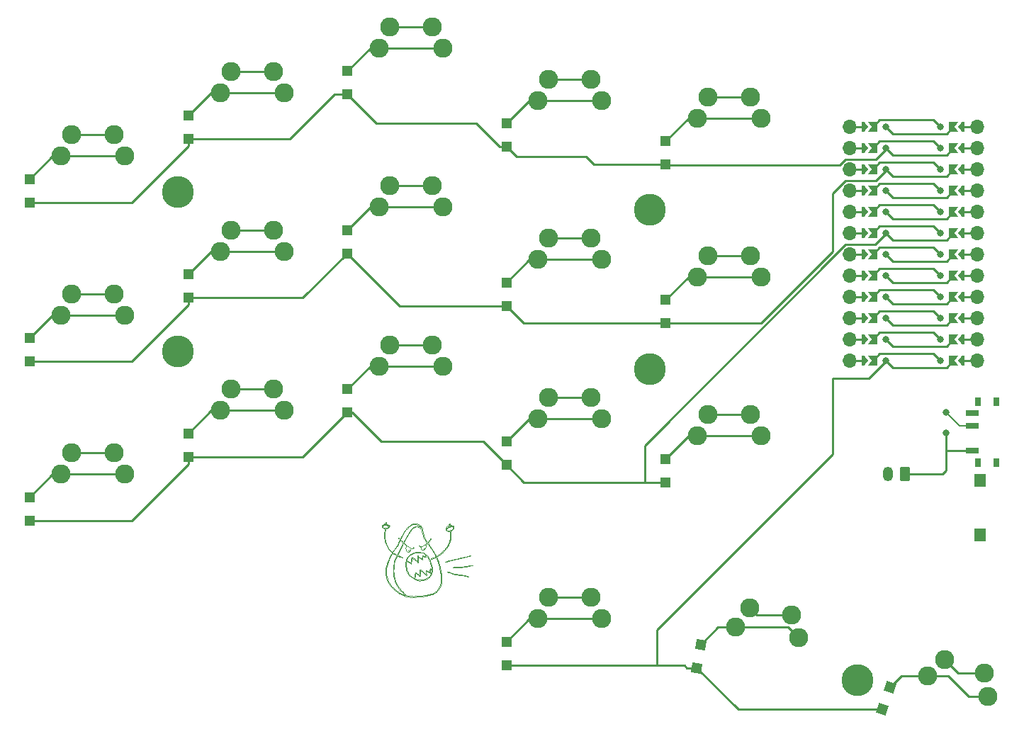
<source format=gbr>
%TF.GenerationSoftware,KiCad,Pcbnew,8.0.3*%
%TF.CreationDate,2024-07-17T09:05:20+02:00*%
%TF.ProjectId,avocado,61766f63-6164-46f2-9e6b-696361645f70,rev?*%
%TF.SameCoordinates,Original*%
%TF.FileFunction,Copper,L1,Top*%
%TF.FilePolarity,Positive*%
%FSLAX46Y46*%
G04 Gerber Fmt 4.6, Leading zero omitted, Abs format (unit mm)*
G04 Created by KiCad (PCBNEW 8.0.3) date 2024-07-17 09:05:20*
%MOMM*%
%LPD*%
G01*
G04 APERTURE LIST*
G04 Aperture macros list*
%AMRoundRect*
0 Rectangle with rounded corners*
0 $1 Rounding radius*
0 $2 $3 $4 $5 $6 $7 $8 $9 X,Y pos of 4 corners*
0 Add a 4 corners polygon primitive as box body*
4,1,4,$2,$3,$4,$5,$6,$7,$8,$9,$2,$3,0*
0 Add four circle primitives for the rounded corners*
1,1,$1+$1,$2,$3*
1,1,$1+$1,$4,$5*
1,1,$1+$1,$6,$7*
1,1,$1+$1,$8,$9*
0 Add four rect primitives between the rounded corners*
20,1,$1+$1,$2,$3,$4,$5,0*
20,1,$1+$1,$4,$5,$6,$7,0*
20,1,$1+$1,$6,$7,$8,$9,0*
20,1,$1+$1,$8,$9,$2,$3,0*%
%AMRotRect*
0 Rectangle, with rotation*
0 The origin of the aperture is its center*
0 $1 length*
0 $2 width*
0 $3 Rotation angle, in degrees counterclockwise*
0 Add horizontal line*
21,1,$1,$2,0,0,$3*%
%AMFreePoly0*
4,1,6,0.250000,0.000000,-0.250000,-0.625000,-0.500000,-0.625000,-0.500000,0.625000,-0.250000,0.625000,0.250000,0.000000,0.250000,0.000000,$1*%
%AMFreePoly1*
4,1,6,0.500000,-0.625000,-0.650000,-0.625000,-0.150000,0.000000,-0.650000,0.625000,0.500000,0.625000,0.500000,-0.625000,0.500000,-0.625000,$1*%
G04 Aperture macros list end*
%TA.AperFunction,NonConductor*%
%ADD10C,0.100000*%
%TD*%
%TA.AperFunction,ComponentPad*%
%ADD11R,1.200000X1.200000*%
%TD*%
%TA.AperFunction,ComponentPad*%
%ADD12RotRect,1.200000X1.200000X80.500000*%
%TD*%
%TA.AperFunction,ComponentPad*%
%ADD13RotRect,1.200000X1.200000X71.000000*%
%TD*%
%TA.AperFunction,ComponentPad*%
%ADD14C,2.286000*%
%TD*%
%TA.AperFunction,ComponentPad*%
%ADD15O,1.700000X1.700000*%
%TD*%
%TA.AperFunction,ComponentPad*%
%ADD16C,0.800000*%
%TD*%
%TA.AperFunction,SMDPad,CuDef*%
%ADD17FreePoly0,0.000000*%
%TD*%
%TA.AperFunction,SMDPad,CuDef*%
%ADD18FreePoly1,0.000000*%
%TD*%
%TA.AperFunction,SMDPad,CuDef*%
%ADD19FreePoly1,180.000000*%
%TD*%
%TA.AperFunction,SMDPad,CuDef*%
%ADD20FreePoly0,180.000000*%
%TD*%
%TA.AperFunction,ComponentPad*%
%ADD21RoundRect,0.250000X0.350000X0.625000X-0.350000X0.625000X-0.350000X-0.625000X0.350000X-0.625000X0*%
%TD*%
%TA.AperFunction,ComponentPad*%
%ADD22O,1.200000X1.750000*%
%TD*%
%TA.AperFunction,SMDPad,CuDef*%
%ADD23R,1.500000X0.700000*%
%TD*%
%TA.AperFunction,SMDPad,CuDef*%
%ADD24R,0.800000X1.000000*%
%TD*%
%TA.AperFunction,ComponentPad*%
%ADD25R,1.400000X1.500000*%
%TD*%
%TA.AperFunction,ComponentPad*%
%ADD26C,3.800000*%
%TD*%
%TA.AperFunction,ViaPad*%
%ADD27C,0.800000*%
%TD*%
%TA.AperFunction,Conductor*%
%ADD28C,0.250000*%
%TD*%
%TA.AperFunction,Conductor*%
%ADD29C,0.200000*%
%TD*%
G04 APERTURE END LIST*
D10*
X62160000Y-79707228D02*
X62160000Y-79807251D01*
X62150959Y-79906165D01*
X62242330Y-79884133D01*
X62335674Y-79907256D01*
X62342135Y-79999644D01*
X62441419Y-79990491D01*
X62520532Y-80044099D01*
X62490292Y-80129707D01*
X62437312Y-80214301D01*
X62382120Y-80297457D01*
X62300050Y-80354127D01*
X62209237Y-80395720D01*
X62111384Y-80414528D01*
X62057737Y-80488600D01*
X62034836Y-80586002D01*
X62011158Y-80683173D01*
X61992264Y-80781362D01*
X61979216Y-80880452D01*
X61971164Y-80980115D01*
X61966674Y-81079966D01*
X61966156Y-81180040D01*
X61967465Y-81279977D01*
X61970167Y-81379891D01*
X61974354Y-81479799D01*
X61980744Y-81579592D01*
X61992256Y-81678970D01*
X62006796Y-81777888D01*
X62025876Y-81875933D01*
X62049496Y-81973091D01*
X62077590Y-82069061D01*
X62110117Y-82163687D01*
X62148054Y-82256108D01*
X62192818Y-82345635D01*
X62237531Y-82435061D01*
X62282210Y-82524420D01*
X62326960Y-82613919D01*
X62371669Y-82703338D01*
X62422713Y-82789223D01*
X62479516Y-82871492D01*
X62541422Y-82950205D01*
X62608026Y-83024647D01*
X62679008Y-83095045D01*
X62753279Y-83161951D01*
X62827638Y-83228874D01*
X62888449Y-83172172D01*
X62948291Y-83092057D01*
X63007212Y-83011253D01*
X63065138Y-82929738D01*
X63122061Y-82847520D01*
X63177976Y-82764609D01*
X63232876Y-82681014D01*
X63288908Y-82598268D01*
X63345300Y-82515560D01*
X63400830Y-82432549D01*
X63450651Y-82345775D01*
X63498168Y-82257686D01*
X63544209Y-82169049D01*
X63589096Y-82079751D01*
X63632740Y-81989741D01*
X63674619Y-81898975D01*
X63714554Y-81807253D01*
X63715321Y-81721795D01*
X63648182Y-81647959D01*
X63580668Y-81574207D01*
X63541818Y-81486991D01*
X63616857Y-81535358D01*
X63680109Y-81612770D01*
X63754117Y-81679704D01*
X63806751Y-81606497D01*
X63851442Y-81517116D01*
X63896238Y-81427524D01*
X63940950Y-81338099D01*
X63988663Y-81250407D01*
X64037233Y-81162980D01*
X64085155Y-81075040D01*
X64133512Y-80987709D01*
X64183195Y-80900868D01*
X64234415Y-80814953D01*
X64287549Y-80730294D01*
X64343133Y-80647109D01*
X64401544Y-80565815D01*
X64462764Y-80486959D01*
X64526933Y-80410144D01*
X64594017Y-80336072D01*
X64666154Y-80266854D01*
X64740036Y-80199519D01*
X64815578Y-80133883D01*
X64892714Y-80070139D01*
X64971579Y-80008948D01*
X65055931Y-79954988D01*
X65143083Y-79905926D01*
X65232771Y-79861957D01*
X65325970Y-79826679D01*
X65424458Y-79811013D01*
X65524494Y-79810003D01*
X65624497Y-79812484D01*
X65723709Y-79823637D01*
X65816770Y-79858944D01*
X65904995Y-79905997D01*
X65992683Y-79953868D01*
X66078198Y-80005844D01*
X66161531Y-80060968D01*
X66242464Y-80119721D01*
X66316407Y-80186897D01*
X66369376Y-80271358D01*
X66411107Y-80362238D01*
X66442354Y-80457044D01*
X66465390Y-80554425D01*
X66486751Y-80652049D01*
X66506692Y-80750050D01*
X66524996Y-80848411D01*
X66541340Y-80947011D01*
X66562099Y-81044788D01*
X66586587Y-81141808D01*
X66614711Y-81237713D01*
X66646476Y-81332525D01*
X66681853Y-81426140D01*
X66720708Y-81518210D01*
X66763043Y-81608760D01*
X66808817Y-81697688D01*
X66857921Y-81784780D01*
X66910300Y-81869944D01*
X66967214Y-81952132D01*
X67026273Y-82032547D01*
X67088955Y-82011045D01*
X67157311Y-81938025D01*
X67223702Y-81863335D01*
X67289770Y-81788275D01*
X67353857Y-81711372D01*
X67417896Y-81634524D01*
X67489517Y-81589084D01*
X67451008Y-81680033D01*
X67391817Y-81760638D01*
X67330888Y-81839846D01*
X67268862Y-81918324D01*
X67205867Y-81995856D01*
X67139527Y-82070473D01*
X67108829Y-82143325D01*
X67169275Y-82223041D01*
X67225915Y-82305474D01*
X67278656Y-82390489D01*
X67332956Y-82474434D01*
X67388374Y-82557562D01*
X67443804Y-82640922D01*
X67499803Y-82723627D01*
X67557476Y-82805394D01*
X67616705Y-82886045D01*
X67672628Y-82968671D01*
X67725033Y-83053704D01*
X67780181Y-83137157D01*
X67833193Y-83221748D01*
X67881812Y-83309261D01*
X67928756Y-83397513D01*
X67973521Y-83487042D01*
X68022492Y-83574153D01*
X68073885Y-83659808D01*
X68135586Y-83704648D01*
X68220310Y-83651621D01*
X68303817Y-83596589D01*
X68386088Y-83539632D01*
X68464387Y-83477686D01*
X68542112Y-83414534D01*
X68624312Y-83358068D01*
X68703161Y-83296606D01*
X68774779Y-83226792D01*
X68841155Y-83152149D01*
X68909098Y-83078670D01*
X68978211Y-83006416D01*
X69047301Y-82934185D01*
X69117062Y-82862613D01*
X69186186Y-82790260D01*
X69252175Y-82715153D01*
X69313424Y-82636029D01*
X69369969Y-82553600D01*
X69423994Y-82469501D01*
X69474786Y-82383298D01*
X69521721Y-82295056D01*
X69564898Y-82204944D01*
X69604313Y-82112956D01*
X69639802Y-82019462D01*
X69671323Y-81924587D01*
X69698835Y-81828459D01*
X69722269Y-81731336D01*
X69741623Y-81633217D01*
X69756857Y-81534226D01*
X69767893Y-81434899D01*
X69772041Y-81335145D01*
X69771665Y-81235047D01*
X69767738Y-81135056D01*
X69760277Y-81035397D01*
X69749286Y-80936033D01*
X69734535Y-80837209D01*
X69718854Y-80738470D01*
X69621109Y-80739611D01*
X69521342Y-80733326D01*
X69422518Y-80717678D01*
X69335273Y-80672219D01*
X69278586Y-80592550D01*
X69269767Y-80493880D01*
X69215227Y-80424089D01*
X69220635Y-80324855D01*
X69296212Y-80269907D01*
X69346450Y-80195949D01*
X69397316Y-80111753D01*
X69472912Y-80148727D01*
X69529650Y-80210117D01*
X69565634Y-80121730D01*
X69576566Y-80022302D01*
X69594371Y-79923986D01*
X69639325Y-79836372D01*
X69733786Y-79830578D01*
X69787576Y-79912117D01*
X69808517Y-80009889D01*
X69833542Y-80076458D01*
X69913893Y-80020950D01*
X69995263Y-80060751D01*
X70052097Y-80103951D01*
X70147987Y-80082078D01*
X70198478Y-80156346D01*
X70166172Y-80250202D01*
X70158397Y-80349617D01*
X70141954Y-80448275D01*
X70085217Y-80528352D01*
X70007266Y-80590839D01*
X69921993Y-80643280D01*
X69833209Y-80689162D01*
X69792457Y-80770502D01*
X69811662Y-80868511D01*
X69827766Y-80967254D01*
X69840868Y-81066309D01*
X69851678Y-81165761D01*
X69859114Y-81265492D01*
X69856605Y-81365379D01*
X69845913Y-81464915D01*
X69832339Y-81563925D01*
X69816766Y-81662627D01*
X69799088Y-81761188D01*
X69777208Y-81858608D01*
X69746235Y-81953605D01*
X69714573Y-82048609D01*
X69681228Y-82142905D01*
X69643800Y-82235502D01*
X69600009Y-82325436D01*
X69552057Y-82413120D01*
X69502369Y-82499999D01*
X69450386Y-82585462D01*
X69395960Y-82669189D01*
X69337911Y-82750787D01*
X69275587Y-82828952D01*
X69208483Y-82902996D01*
X69137018Y-82972965D01*
X69065174Y-83042327D01*
X69000800Y-83118679D01*
X68935903Y-83194710D01*
X68869394Y-83269484D01*
X68799825Y-83341221D01*
X68724449Y-83406728D01*
X68643164Y-83464937D01*
X68561977Y-83523572D01*
X68480989Y-83582064D01*
X68399590Y-83640293D01*
X68317818Y-83697604D01*
X68232788Y-83750241D01*
X68148779Y-83804453D01*
X68183951Y-83886909D01*
X68230463Y-83975313D01*
X68261734Y-84070140D01*
X68293032Y-84164701D01*
X68331847Y-84256886D01*
X68371552Y-84348516D01*
X68408060Y-84441690D01*
X68429683Y-84539062D01*
X68453598Y-84635810D01*
X68480091Y-84732150D01*
X68506623Y-84828630D01*
X68533161Y-84925129D01*
X68555294Y-85022644D01*
X68575870Y-85120382D01*
X68590571Y-85219283D01*
X68608443Y-85317386D01*
X68635117Y-85413839D01*
X68657361Y-85511325D01*
X68675147Y-85609688D01*
X68688448Y-85708778D01*
X68697239Y-85808442D01*
X68707921Y-85907528D01*
X68724392Y-86006355D01*
X68747145Y-86103495D01*
X68759211Y-86202617D01*
X68759974Y-86302635D01*
X68758082Y-86402488D01*
X68753479Y-86502507D01*
X68746111Y-86602159D01*
X68734770Y-86701473D01*
X68715783Y-86799519D01*
X68701637Y-86898543D01*
X68693252Y-86998114D01*
X68677149Y-87096730D01*
X68650372Y-87193196D01*
X68614241Y-87286287D01*
X68571391Y-87376662D01*
X68524374Y-87464897D01*
X68474823Y-87551757D01*
X68426739Y-87639340D01*
X68375061Y-87724989D01*
X68316188Y-87805676D01*
X68250587Y-87881177D01*
X68182926Y-87954990D01*
X68112607Y-88025457D01*
X68025791Y-88075330D01*
X67937650Y-88122421D01*
X67849215Y-88169239D01*
X67763554Y-88220504D01*
X67673224Y-88262854D01*
X67577910Y-88293358D01*
X67481658Y-88320095D01*
X67386508Y-88350433D01*
X67292785Y-88384729D01*
X67193944Y-88398797D01*
X67094702Y-88411373D01*
X66996264Y-88428434D01*
X66899160Y-88452710D01*
X66800564Y-88466919D01*
X66703728Y-88491176D01*
X66605287Y-88509634D01*
X66507400Y-88529190D01*
X66408849Y-88546842D01*
X66309738Y-88559618D01*
X66210125Y-88567525D01*
X66110066Y-88570546D01*
X66010398Y-88574625D01*
X65910920Y-88585053D01*
X65811314Y-88593796D01*
X65711601Y-88600854D01*
X65611653Y-88606234D01*
X65511790Y-88609918D01*
X65411884Y-88611916D01*
X65311807Y-88612226D01*
X65211730Y-88610845D01*
X65111823Y-88607777D01*
X65011960Y-88603021D01*
X64912160Y-88596577D01*
X64812581Y-88587406D01*
X64713868Y-88571990D01*
X64615364Y-88554594D01*
X64517500Y-88534029D01*
X64420564Y-88509406D01*
X64324708Y-88480748D01*
X64229957Y-88448893D01*
X64136041Y-88414735D01*
X64045143Y-88373280D01*
X63956200Y-88327223D01*
X63868670Y-88279121D01*
X63781871Y-88229428D01*
X63695868Y-88178488D01*
X63610522Y-88126278D01*
X63526023Y-88072780D01*
X63442506Y-88017677D01*
X63360645Y-87960469D01*
X63283126Y-87897214D01*
X63207482Y-87831870D01*
X63132915Y-87765290D01*
X63059065Y-87697610D01*
X62986237Y-87629230D01*
X62914210Y-87559834D01*
X62843318Y-87489365D01*
X62773924Y-87417247D01*
X62707675Y-87342421D01*
X62648153Y-87262308D01*
X62587787Y-87182456D01*
X62529910Y-87100834D01*
X62474646Y-87017634D01*
X62421858Y-86932653D01*
X62371751Y-86846216D01*
X62324203Y-86758109D01*
X62282234Y-86667387D01*
X62240703Y-86576538D01*
X62199089Y-86485508D01*
X62158562Y-86394247D01*
X62134287Y-86297146D01*
X62110022Y-86200087D01*
X62090408Y-86102042D01*
X62075276Y-86003433D01*
X62063246Y-85904173D01*
X62048555Y-85805103D01*
X62031291Y-85706787D01*
X62030000Y-85606782D01*
X62030000Y-85506826D01*
X62035411Y-85406991D01*
X62045334Y-85307645D01*
X62059563Y-85208670D01*
X62081316Y-85110953D01*
X62109084Y-85014945D01*
X62138213Y-84919291D01*
X62166944Y-84823520D01*
X62195690Y-84727702D01*
X62221197Y-84631166D01*
X62246493Y-84534301D01*
X62278086Y-84439583D01*
X62317282Y-84347501D01*
X62360132Y-84257203D01*
X62400779Y-84165748D01*
X62436420Y-84072833D01*
X62461523Y-83976059D01*
X62490153Y-83880077D01*
X62525141Y-83786510D01*
X62571895Y-83698275D01*
X62619303Y-83610285D01*
X62668607Y-83523080D01*
X62719559Y-83437099D01*
X62772257Y-83352161D01*
X62765000Y-83275000D01*
X62691609Y-83207131D01*
X62617458Y-83139995D01*
X62546513Y-83069706D01*
X62479333Y-82995454D01*
X62416923Y-82917374D01*
X62359348Y-82835619D01*
X62309589Y-82749178D01*
X62264860Y-82659720D01*
X62220136Y-82570273D01*
X62175390Y-82480780D01*
X62130661Y-82391322D01*
X62089668Y-82300292D01*
X62056775Y-82205912D01*
X62023786Y-82111566D01*
X61990634Y-82017058D01*
X61958497Y-81922484D01*
X61939191Y-81824338D01*
X61925047Y-81725328D01*
X61915531Y-81625970D01*
X61909771Y-81526029D01*
X61905492Y-81426237D01*
X61902678Y-81326193D01*
X61901339Y-81226330D01*
X61901472Y-81126249D01*
X61903080Y-81026172D01*
X61906155Y-80926325D01*
X61911470Y-80826469D01*
X61926653Y-80727587D01*
X61946419Y-80629524D01*
X61970294Y-80532572D01*
X61996555Y-80436112D01*
X61921737Y-80401832D01*
X61826041Y-80373292D01*
X61732186Y-80338787D01*
X61646224Y-80289443D01*
X61624693Y-80194079D01*
X61584541Y-80103420D01*
X61607420Y-80010918D01*
X61701197Y-79996960D01*
X61680319Y-80039936D01*
X61638610Y-80104438D01*
X61708709Y-80067807D01*
X61743524Y-79982226D01*
X61770849Y-79889151D01*
X61854549Y-79850000D01*
X61908879Y-79922268D01*
X61967123Y-79940719D01*
X61986768Y-79847889D01*
X62038898Y-79847889D01*
X62049830Y-79936546D01*
X62106119Y-79891045D01*
X62115935Y-79715199D01*
X62075765Y-79755017D01*
X62038898Y-79847889D01*
X61986768Y-79847889D01*
X61987489Y-79844482D01*
X62022984Y-79751183D01*
X62079941Y-79670044D01*
X62116368Y-79707442D01*
X62120080Y-79640956D01*
X62160000Y-79707228D01*
X69739813Y-79936631D02*
X69757972Y-80034757D01*
X69755407Y-80131312D01*
X69658382Y-80153952D01*
X69610877Y-80109521D01*
X69625232Y-80010532D01*
X69648458Y-79913369D01*
X69739813Y-79936631D01*
X65572601Y-79895461D02*
X65842123Y-79964262D01*
X65932618Y-80006622D01*
X66017141Y-80059749D01*
X66097628Y-80119184D01*
X66176002Y-80181040D01*
X66244946Y-80253385D01*
X66249462Y-80298862D01*
X66163497Y-80247712D01*
X66074602Y-80202314D01*
X65979373Y-80171936D01*
X65880979Y-80154265D01*
X65781333Y-80150000D01*
X65681282Y-80150000D01*
X65582319Y-80159023D01*
X65487374Y-80189944D01*
X65398362Y-80235398D01*
X65317255Y-80293859D01*
X65242257Y-80359820D01*
X65170527Y-80429473D01*
X65103272Y-80503604D01*
X65039143Y-80580392D01*
X64980168Y-80661047D01*
X64924063Y-80743909D01*
X64870879Y-80828594D01*
X64817658Y-80913143D01*
X64761943Y-80996066D01*
X64712543Y-81083070D01*
X64667586Y-81172453D01*
X64620967Y-81260864D01*
X64573331Y-81348684D01*
X64518709Y-81432334D01*
X64462964Y-81514635D01*
X64418841Y-81604283D01*
X64377408Y-81695184D01*
X64332686Y-81784627D01*
X64287294Y-81873707D01*
X64231050Y-81956319D01*
X64180059Y-82042391D01*
X64119497Y-82039497D01*
X64048742Y-81968742D01*
X63978046Y-81898046D01*
X63907241Y-81827241D01*
X63836610Y-81756610D01*
X63854217Y-81671565D01*
X63898989Y-81582023D01*
X63940708Y-81491310D01*
X63984573Y-81401335D01*
X64030477Y-81312557D01*
X64078462Y-81224884D01*
X64128580Y-81138232D01*
X64180603Y-81052840D01*
X64233511Y-80968023D01*
X64287018Y-80883585D01*
X64341122Y-80799529D01*
X64395903Y-80715736D01*
X64451196Y-80632456D01*
X64507671Y-80549957D01*
X64572409Y-80473789D01*
X64641049Y-80401141D01*
X64712030Y-80330492D01*
X64784502Y-80261568D01*
X64858202Y-80194172D01*
X64933277Y-80128109D01*
X65010424Y-80064487D01*
X65095172Y-80011637D01*
X65183402Y-79964594D01*
X65276329Y-79928594D01*
X65373734Y-79906237D01*
X65472726Y-79893195D01*
X65572601Y-79895461D01*
X62138208Y-80015754D02*
X62285389Y-80045480D01*
X62284552Y-80062988D01*
X62364254Y-80122434D01*
X62368866Y-80214551D01*
X62294168Y-80279941D01*
X62206675Y-80328622D01*
X62110355Y-80349756D01*
X62010364Y-80347894D01*
X61912032Y-80330642D01*
X61817164Y-80298817D01*
X61726074Y-80257810D01*
X61703223Y-80177377D01*
X61763207Y-80097840D01*
X61842537Y-80037704D01*
X61939054Y-80012944D01*
X62038717Y-80006299D01*
X62138208Y-80015754D01*
X62467617Y-80082285D02*
X62386484Y-80068127D01*
X62323314Y-80053140D01*
X62467617Y-80082285D01*
X62323314Y-80053140D02*
X62285389Y-80045480D01*
X62285452Y-80044157D01*
X62323314Y-80053140D01*
X62252037Y-79987716D02*
X62207119Y-79946525D01*
X62289912Y-79950964D01*
X62287834Y-79994387D01*
X62303341Y-79997278D01*
X62287524Y-80000855D01*
X62285452Y-80044157D01*
X61870469Y-79945703D01*
X61802749Y-79988625D01*
X61819628Y-79907127D01*
X62252037Y-79987716D01*
X70103439Y-80181706D02*
X69914941Y-80140000D01*
X69872787Y-80113832D01*
X69950586Y-80085878D01*
X70103439Y-80181706D01*
X65773036Y-80208448D02*
X66030207Y-80273330D01*
X66117861Y-80321370D01*
X66195586Y-80383997D01*
X66265135Y-80455821D01*
X66320863Y-80538397D01*
X66354325Y-80632512D01*
X66380188Y-80729100D01*
X66403591Y-80826324D01*
X66426034Y-80923812D01*
X66448037Y-81021258D01*
X66470990Y-81118593D01*
X66499634Y-81214312D01*
X66532847Y-81308733D01*
X66570006Y-81401460D01*
X66611389Y-81492527D01*
X66656138Y-81582033D01*
X66702961Y-81670461D01*
X66751825Y-81757553D01*
X66802875Y-81843569D01*
X66856004Y-81928321D01*
X66911192Y-82011771D01*
X66968314Y-82093742D01*
X66921816Y-82164790D01*
X66846774Y-82231004D01*
X66769440Y-82294441D01*
X66689892Y-82355041D01*
X66608209Y-82412746D01*
X66524613Y-82467406D01*
X66438895Y-82519152D01*
X66345942Y-82554520D01*
X66246194Y-82559983D01*
X66150899Y-82536421D01*
X66089997Y-82466808D01*
X66026001Y-82471021D01*
X66066969Y-82557323D01*
X66152182Y-82608740D01*
X66248595Y-82634649D01*
X66270000Y-82717860D01*
X66278872Y-82817595D01*
X66316037Y-82909332D01*
X66380418Y-82985142D01*
X66477239Y-83004999D01*
X66575096Y-82987948D01*
X66657231Y-82931265D01*
X66733171Y-82866219D01*
X66786830Y-82783113D01*
X66814754Y-82687255D01*
X66829280Y-82588230D01*
X66838304Y-82488660D01*
X66799766Y-82399531D01*
X66852567Y-82333190D01*
X66930229Y-82270231D01*
X67005080Y-82203932D01*
X67078185Y-82243089D01*
X67140134Y-82321607D01*
X67197055Y-82403792D01*
X67250043Y-82488732D01*
X67304472Y-82572476D01*
X67361538Y-82654697D01*
X67420948Y-82734973D01*
X67482571Y-82813857D01*
X67538034Y-82897051D01*
X67594524Y-82979528D01*
X67650054Y-83062668D01*
X67703478Y-83147117D01*
X67754833Y-83232938D01*
X67804034Y-83319989D01*
X67851059Y-83408232D01*
X67895884Y-83497624D01*
X67938490Y-83588125D01*
X67978852Y-83679695D01*
X68016862Y-83772073D01*
X67936460Y-83817231D01*
X67847423Y-83862828D01*
X67755912Y-83903041D01*
X67660592Y-83932822D01*
X67564640Y-83961191D01*
X67467386Y-83983605D01*
X67446848Y-84044679D01*
X67545851Y-84042536D01*
X67644027Y-84022996D01*
X67740181Y-83995572D01*
X67833632Y-83960496D01*
X67924343Y-83918139D01*
X68016279Y-83878738D01*
X68094784Y-83899006D01*
X68144790Y-83985392D01*
X68181426Y-84078358D01*
X68211718Y-84173690D01*
X68244561Y-84268114D01*
X68277429Y-84362608D01*
X68318708Y-84453642D01*
X68341247Y-84550419D01*
X68360575Y-84648462D01*
X68387837Y-84744600D01*
X68417518Y-84840148D01*
X68447669Y-84935470D01*
X68472799Y-85032213D01*
X68488856Y-85130942D01*
X68504165Y-85229714D01*
X68519776Y-85328580D01*
X68545858Y-85424989D01*
X68567910Y-85522574D01*
X68585655Y-85621002D01*
X68599054Y-85720001D01*
X68608108Y-85819556D01*
X68620324Y-85918829D01*
X68635147Y-86017644D01*
X68653169Y-86116010D01*
X68667197Y-86215039D01*
X68670150Y-86314946D01*
X68669143Y-86414940D01*
X68664645Y-86514777D01*
X68656649Y-86614518D01*
X68645170Y-86713920D01*
X68630240Y-86812740D01*
X68611854Y-86911038D01*
X68602882Y-87010411D01*
X68581140Y-87107881D01*
X68548460Y-87202528D01*
X68507966Y-87293843D01*
X68464196Y-87383793D01*
X68416920Y-87471811D01*
X68365669Y-87557675D01*
X68310606Y-87641104D01*
X68251713Y-87722107D01*
X68189388Y-87800146D01*
X68123521Y-87875377D01*
X68055006Y-87948065D01*
X67968145Y-87997045D01*
X67878837Y-88042191D01*
X67790410Y-88088731D01*
X67704919Y-88140260D01*
X67613468Y-88178710D01*
X67516467Y-88201976D01*
X67422424Y-88235563D01*
X67328770Y-88270779D01*
X67231550Y-88293224D01*
X67132487Y-88307034D01*
X67034301Y-88325444D01*
X66935855Y-88343902D01*
X66837628Y-88362062D01*
X66738949Y-88378508D01*
X66640679Y-88396516D01*
X66543032Y-88418215D01*
X66444975Y-88437504D01*
X66345948Y-88451503D01*
X66246280Y-88457733D01*
X66146445Y-88463972D01*
X66046625Y-88470001D01*
X65946508Y-88470906D01*
X65846693Y-88474009D01*
X65746883Y-88480811D01*
X65648450Y-88497734D01*
X65549078Y-88507914D01*
X65449091Y-88509758D01*
X65349083Y-88509996D01*
X65249229Y-88508758D01*
X65149208Y-88506603D01*
X65049196Y-88503936D01*
X64949226Y-88499812D01*
X64849646Y-88491812D01*
X64751261Y-88473844D01*
X64657692Y-88439016D01*
X64568569Y-88393784D01*
X64482823Y-88342393D01*
X64404094Y-88280882D01*
X64331824Y-88211824D01*
X64261070Y-88141070D01*
X64190424Y-88070424D01*
X64119660Y-87999660D01*
X64047982Y-87929969D01*
X63977175Y-87859294D01*
X63908879Y-87786379D01*
X63843617Y-87710469D01*
X63783510Y-87630680D01*
X63719606Y-87554007D01*
X63652286Y-87480035D01*
X63590777Y-87401374D01*
X63534547Y-87318613D01*
X63482114Y-87233431D01*
X63432938Y-87146380D01*
X63386897Y-87057614D01*
X63344816Y-86966999D01*
X63307506Y-86874180D01*
X63269747Y-86781544D01*
X63231578Y-86689188D01*
X63192961Y-86597017D01*
X63169524Y-86499935D01*
X63144692Y-86402912D01*
X63109824Y-86309386D01*
X63084736Y-86212508D01*
X63071261Y-86113443D01*
X63063257Y-86013811D01*
X63054936Y-85914155D01*
X63045242Y-85814683D01*
X63031680Y-85715581D01*
X63010168Y-85617978D01*
X63004137Y-85518526D01*
X63010042Y-85418677D01*
X63014085Y-85318749D01*
X63019834Y-85218919D01*
X63027288Y-85119210D01*
X63036460Y-85019496D01*
X63047321Y-84920092D01*
X63059882Y-84820875D01*
X63068583Y-84721291D01*
X63077240Y-84621739D01*
X63096019Y-84523813D01*
X63121270Y-84427012D01*
X63148963Y-84330915D01*
X63179642Y-84235741D01*
X63213970Y-84141742D01*
X63252565Y-84049605D01*
X63296290Y-83959631D01*
X63345728Y-83872750D01*
X63398051Y-83787508D01*
X63440819Y-83697542D01*
X63517192Y-83692397D01*
X63608055Y-83732793D01*
X63699123Y-83773790D01*
X63794263Y-83804754D01*
X63889155Y-83836385D01*
X63984054Y-83867784D01*
X64076613Y-83863378D01*
X64017109Y-83811672D01*
X63920954Y-83784112D01*
X63826131Y-83752090D01*
X63733077Y-83715763D01*
X63641663Y-83675083D01*
X63552313Y-83630233D01*
X63489581Y-83575629D01*
X63538016Y-83488648D01*
X63578614Y-83397288D01*
X63620179Y-83306228D01*
X63662538Y-83215839D01*
X63705917Y-83125643D01*
X63750198Y-83035890D01*
X63795318Y-82946705D01*
X63841332Y-82857976D01*
X63888299Y-82769591D01*
X63936092Y-82681792D01*
X63984768Y-82594469D01*
X64029943Y-82505349D01*
X64072492Y-82414880D01*
X64117112Y-82325434D01*
X64164503Y-82237355D01*
X64232554Y-82234043D01*
X64310239Y-82297084D01*
X64387798Y-82360041D01*
X64467329Y-82420686D01*
X64500965Y-82488553D01*
X64471296Y-82583503D01*
X64455222Y-82682149D01*
X64450544Y-82781981D01*
X64463741Y-82880934D01*
X64490117Y-82977309D01*
X64528570Y-83069748D01*
X64583065Y-83153116D01*
X64664767Y-83209614D01*
X64762763Y-83221908D01*
X64861664Y-83209061D01*
X64947825Y-83159870D01*
X65013316Y-83084952D01*
X65045452Y-82991030D01*
X65050000Y-82891207D01*
X65068655Y-82813109D01*
X65167170Y-82830221D01*
X65266810Y-82833695D01*
X65359040Y-82800593D01*
X65399883Y-82710410D01*
X65368656Y-82654737D01*
X65325121Y-82744240D01*
X65231317Y-82764285D01*
X65131645Y-82756202D01*
X65034914Y-82731453D01*
X64943649Y-82690698D01*
X64860334Y-82635698D01*
X64779379Y-82576821D01*
X64698377Y-82518480D01*
X64619727Y-82456504D01*
X64541577Y-82394209D01*
X64462883Y-82332530D01*
X64384234Y-82270886D01*
X64305544Y-82209210D01*
X64227572Y-82146612D01*
X64262754Y-82054837D01*
X64309869Y-81966495D01*
X64360868Y-81880846D01*
X64413110Y-81795630D01*
X64452830Y-81704341D01*
X64497608Y-81614784D01*
X64542327Y-81525347D01*
X64594590Y-81440586D01*
X64645580Y-81354946D01*
X64690508Y-81265820D01*
X64738526Y-81178236D01*
X64788519Y-81091417D01*
X64841221Y-81006467D01*
X64896689Y-80923274D01*
X64951894Y-80839880D01*
X65005566Y-80755538D01*
X65059196Y-80671263D01*
X65112904Y-80586865D01*
X65175313Y-80509106D01*
X65245256Y-80437643D01*
X65319429Y-80370484D01*
X65398131Y-80308795D01*
X65482068Y-80254839D01*
X65574261Y-80216944D01*
X65673205Y-80203998D01*
X65773036Y-80208448D01*
X70027306Y-80205781D02*
X70102360Y-80265472D01*
X70109737Y-80364870D01*
X70078864Y-80457845D01*
X70005577Y-80525643D01*
X69919953Y-80577301D01*
X69833818Y-80628198D01*
X69762627Y-80627882D01*
X69702399Y-80674825D01*
X69604152Y-80687886D01*
X69504896Y-80677165D01*
X69407155Y-80657033D01*
X69332975Y-80594141D01*
X69325477Y-80498081D01*
X69376868Y-80412378D01*
X69439853Y-80335045D01*
X69467103Y-80314906D01*
X69352424Y-80370122D01*
X69290178Y-80448125D01*
X69263503Y-80377944D01*
X69484072Y-80302365D01*
X69519945Y-80275855D01*
X69609948Y-80232287D01*
X69704429Y-80200639D01*
X69515551Y-80291579D01*
X69733974Y-80216737D01*
X69828836Y-80205832D01*
X69928147Y-80196108D01*
X70027306Y-80205781D01*
X63883459Y-81892079D02*
X63956301Y-81960636D01*
X64029085Y-82029139D01*
X64099821Y-82099821D01*
X64119013Y-82177777D01*
X64071959Y-82266082D01*
X64027288Y-82355423D01*
X63982504Y-82444992D01*
X63942973Y-82536682D01*
X63901669Y-82627805D01*
X63858329Y-82717960D01*
X63812970Y-82807114D01*
X63765609Y-82895232D01*
X63716340Y-82982149D01*
X63673325Y-83072241D01*
X63630163Y-83162520D01*
X63586742Y-83252464D01*
X63543234Y-83342587D01*
X63500549Y-83432993D01*
X63446731Y-83517006D01*
X63368385Y-83555334D01*
X63277312Y-83514078D01*
X63187962Y-83469233D01*
X63100418Y-83420919D01*
X63014903Y-83369414D01*
X62932707Y-83312229D01*
X62932439Y-83239025D01*
X62987315Y-83155555D01*
X63045183Y-83073859D01*
X63102903Y-82992372D01*
X63160330Y-82910376D01*
X63216917Y-82827921D01*
X63273443Y-82745554D01*
X63330044Y-82663079D01*
X63386645Y-82580602D01*
X63443161Y-82498252D01*
X63498454Y-82414938D01*
X63546706Y-82327275D01*
X63593708Y-82238947D01*
X63639375Y-82150120D01*
X63683857Y-82060506D01*
X63727068Y-81970268D01*
X63768931Y-81879574D01*
X63883459Y-81892079D01*
X66681085Y-82812558D02*
X66606241Y-82878277D01*
X66580000Y-82791236D01*
X66681085Y-82812558D01*
X64931775Y-83026707D02*
X64858135Y-83094210D01*
X64786498Y-83089030D01*
X64810430Y-82992828D01*
X64931775Y-83026707D01*
X63034774Y-83456164D02*
X63121718Y-83505806D01*
X63210196Y-83552128D01*
X63300529Y-83595298D01*
X63380964Y-83642801D01*
X63345898Y-83736254D01*
X63292766Y-83820851D01*
X63242617Y-83907289D01*
X63198214Y-83996793D01*
X63161149Y-84089613D01*
X63127418Y-84183762D01*
X63096236Y-84278787D01*
X63067523Y-84374604D01*
X63041669Y-84471126D01*
X63027250Y-84569664D01*
X63020804Y-84669567D01*
X63013153Y-84769219D01*
X63004291Y-84868767D01*
X62994200Y-84968359D01*
X62982914Y-85067667D01*
X62970418Y-85166839D01*
X62958892Y-85266184D01*
X62950437Y-85365815D01*
X62945291Y-85465708D01*
X62944222Y-85565652D01*
X62951183Y-85665398D01*
X62969365Y-85763697D01*
X62984112Y-85862662D01*
X62996308Y-85961755D01*
X63005875Y-86061275D01*
X63013379Y-86161074D01*
X63025530Y-86260269D01*
X63057702Y-86354794D01*
X63085881Y-86450583D01*
X63113350Y-86546724D01*
X63136838Y-86643998D01*
X63169086Y-86738597D01*
X63210143Y-86829503D01*
X63254935Y-86918890D01*
X63299259Y-87008510D01*
X63343113Y-87098360D01*
X63386556Y-87188565D01*
X63429408Y-87278746D01*
X63478955Y-87365672D01*
X63532479Y-87449972D01*
X63592481Y-87529975D01*
X63654645Y-87608306D01*
X63717152Y-87686440D01*
X63780026Y-87764116D01*
X63844704Y-87840461D01*
X63910984Y-87915201D01*
X63979088Y-87988585D01*
X64048651Y-88060220D01*
X64119992Y-88130437D01*
X64192730Y-88198859D01*
X64267200Y-88265801D01*
X64343005Y-88330901D01*
X64420300Y-88394302D01*
X64367627Y-88390955D01*
X64270877Y-88365494D01*
X64178783Y-88327257D01*
X64088747Y-88283690D01*
X63999733Y-88238160D01*
X63911664Y-88190625D01*
X63824792Y-88141224D01*
X63739038Y-88089918D01*
X63654327Y-88036656D01*
X63570905Y-87981592D01*
X63488694Y-87924678D01*
X63407728Y-87865933D01*
X63328234Y-87805293D01*
X63249304Y-87743903D01*
X63170278Y-87682438D01*
X63091453Y-87621130D01*
X63018538Y-87552583D01*
X62947933Y-87481729D01*
X62879644Y-87408791D01*
X62813610Y-87333706D01*
X62749886Y-87256525D01*
X62688716Y-87177551D01*
X62629949Y-87096593D01*
X62573728Y-87013834D01*
X62520178Y-86929469D01*
X62469251Y-86843426D01*
X62420989Y-86755766D01*
X62375576Y-86666833D01*
X62332896Y-86576410D01*
X62295903Y-86483361D01*
X62262377Y-86389176D01*
X62232118Y-86294018D01*
X62205066Y-86197685D01*
X62181334Y-86100546D01*
X62160908Y-86002540D01*
X62143866Y-85904044D01*
X62130191Y-85805001D01*
X62119911Y-85705645D01*
X62113012Y-85605766D01*
X62109532Y-85505896D01*
X62109461Y-85405973D01*
X62113702Y-85305954D01*
X62118693Y-85206147D01*
X62142003Y-85109589D01*
X62171821Y-85013991D01*
X62200819Y-84918296D01*
X62229830Y-84822560D01*
X62258820Y-84726895D01*
X62285051Y-84630492D01*
X62314323Y-84534857D01*
X62349890Y-84441375D01*
X62390741Y-84350233D01*
X62433640Y-84259890D01*
X62467516Y-84165788D01*
X62501352Y-84071800D01*
X62532220Y-83976629D01*
X62562194Y-83881200D01*
X62600469Y-83788900D01*
X62646934Y-83700429D01*
X62697354Y-83614028D01*
X62748189Y-83527967D01*
X62799355Y-83441968D01*
X62856716Y-83360145D01*
X63034774Y-83456164D01*
X65873013Y-83247139D02*
X65973063Y-83248633D01*
X66072850Y-83251376D01*
X66172828Y-83255382D01*
X66272753Y-83260644D01*
X66372496Y-83267154D01*
X66472162Y-83274917D01*
X66568098Y-83297594D01*
X66656799Y-83343816D01*
X66742104Y-83396040D01*
X66823100Y-83454524D01*
X66898787Y-83519949D01*
X66968470Y-83591493D01*
X67029545Y-83670675D01*
X67084691Y-83754039D01*
X67136829Y-83839356D01*
X67189014Y-83924751D01*
X67241107Y-84009993D01*
X67293727Y-84094987D01*
X67347973Y-84178924D01*
X67380472Y-84273145D01*
X67405103Y-84369957D01*
X67434057Y-84465728D01*
X67462980Y-84561396D01*
X67491952Y-84657226D01*
X67520805Y-84752817D01*
X67548322Y-84849126D01*
X67575775Y-84945211D01*
X67603262Y-85041418D01*
X67625837Y-85138511D01*
X67634775Y-85238194D01*
X67634943Y-85338056D01*
X67626354Y-85437687D01*
X67609069Y-85536175D01*
X67583216Y-85632781D01*
X67549046Y-85726630D01*
X67509735Y-85818636D01*
X67473024Y-85911595D01*
X67436138Y-86004382D01*
X67390610Y-86093509D01*
X67336231Y-86177385D01*
X67265062Y-86246675D01*
X67181247Y-86301201D01*
X67094877Y-86351656D01*
X67007352Y-86399947D01*
X66918419Y-86445790D01*
X66829057Y-86490471D01*
X66739968Y-86535731D01*
X66645125Y-86567261D01*
X66547775Y-86590468D01*
X66449774Y-86609961D01*
X66351173Y-86626855D01*
X66252063Y-86640098D01*
X66152553Y-86648268D01*
X66052541Y-86649510D01*
X65952893Y-86641672D01*
X65854739Y-86623072D01*
X65759229Y-86593464D01*
X65665549Y-86558331D01*
X65573054Y-86520756D01*
X65485306Y-86472894D01*
X65402689Y-86416477D01*
X65320679Y-86359303D01*
X65238981Y-86301633D01*
X65157950Y-86243138D01*
X65078411Y-86182314D01*
X64998122Y-86122795D01*
X64915860Y-86066203D01*
X64848240Y-85992911D01*
X64785255Y-85915240D01*
X64727390Y-85833578D01*
X64679639Y-85745836D01*
X64646665Y-85651663D01*
X64609541Y-85558852D01*
X64572392Y-85465980D01*
X64535233Y-85373084D01*
X64494277Y-85282153D01*
X64476078Y-85183853D01*
X64461256Y-85085042D01*
X64447334Y-84986021D01*
X64438532Y-84886420D01*
X64435858Y-84786497D01*
X64437947Y-84686470D01*
X64440000Y-84586522D01*
X64440000Y-84486478D01*
X64440931Y-84386587D01*
X64467231Y-84290151D01*
X64500451Y-84195879D01*
X64534038Y-84101620D01*
X64567073Y-84007337D01*
X64604732Y-83914786D01*
X64660203Y-83831827D01*
X64732962Y-83763503D01*
X64805258Y-83694742D01*
X64875138Y-83623185D01*
X64940594Y-83547731D01*
X65022631Y-83491190D01*
X65111251Y-83445249D01*
X65198013Y-83395791D01*
X65288546Y-83353149D01*
X65380848Y-83314590D01*
X65474679Y-83280203D01*
X65569949Y-83250015D01*
X65672987Y-83247923D01*
X65772945Y-83246903D01*
X65873013Y-83247139D01*
X66016953Y-83300138D02*
X66117035Y-83301996D01*
X66216970Y-83305227D01*
X66416301Y-83321329D01*
X66513615Y-83340594D01*
X66603008Y-83385366D01*
X66690293Y-83434104D01*
X66771612Y-83491699D01*
X66782290Y-83582833D01*
X66767604Y-83681829D01*
X66732508Y-83734727D01*
X66646313Y-83684251D01*
X66562286Y-83630106D01*
X66478352Y-83622984D01*
X66442728Y-83716081D01*
X66422255Y-83813890D01*
X66404887Y-83912308D01*
X66389011Y-84009258D01*
X66305464Y-83954551D01*
X66218644Y-83904940D01*
X66131657Y-83855818D01*
X66043170Y-83809381D01*
X65958834Y-83755778D01*
X65901283Y-83676601D01*
X65856777Y-83604431D01*
X65840000Y-83692313D01*
X65840000Y-83792381D01*
X65840000Y-83892396D01*
X65840000Y-83992277D01*
X65840000Y-84092422D01*
X65840000Y-84192246D01*
X65840000Y-84292385D01*
X65788864Y-84268864D01*
X65717633Y-84198805D01*
X65642097Y-84133172D01*
X65563280Y-84071578D01*
X65480353Y-84015806D01*
X65393211Y-83966696D01*
X65306863Y-83916426D01*
X65224011Y-83860405D01*
X65174935Y-83780437D01*
X65149039Y-83872784D01*
X65129629Y-83970820D01*
X65112886Y-84069506D01*
X65098883Y-84168402D01*
X65087571Y-84267837D01*
X65079003Y-84367368D01*
X65073151Y-84467327D01*
X65070046Y-84567271D01*
X65005704Y-84514020D01*
X64935454Y-84443110D01*
X64852072Y-84387982D01*
X64763706Y-84341136D01*
X64677510Y-84290636D01*
X64596095Y-84232689D01*
X64585768Y-84145011D01*
X64621374Y-84051569D01*
X64659477Y-83958944D01*
X64708225Y-83873597D01*
X64782484Y-83806765D01*
X64856322Y-83739477D01*
X64917930Y-83660961D01*
X64987748Y-83589440D01*
X65070874Y-83534118D01*
X65159816Y-83488441D01*
X65246117Y-83438098D01*
X65336728Y-83395899D01*
X65428050Y-83355311D01*
X65520208Y-83316580D01*
X65616957Y-83300000D01*
X65717029Y-83300000D01*
X65817017Y-83300000D01*
X65916963Y-83299658D01*
X66016953Y-83300138D01*
X66982353Y-83711439D02*
X67035470Y-83796018D01*
X67086604Y-83882016D01*
X67137729Y-83967998D01*
X67188836Y-84053952D01*
X67239960Y-84139933D01*
X67289513Y-84226437D01*
X67318707Y-84322050D01*
X67342792Y-84418997D01*
X67372428Y-84514492D01*
X67402078Y-84610030D01*
X67431839Y-84705523D01*
X67462673Y-84800546D01*
X67491885Y-84896280D01*
X67518683Y-84992592D01*
X67541759Y-85089896D01*
X67557731Y-85188549D01*
X67552733Y-85288140D01*
X67484966Y-85267123D01*
X67408714Y-85207428D01*
X67362625Y-85162998D01*
X67346307Y-85261520D01*
X67326492Y-85359663D01*
X67305579Y-85457383D01*
X67283532Y-85554856D01*
X67230470Y-85577487D01*
X67139583Y-85535806D01*
X67048843Y-85493460D01*
X66958185Y-85451153D01*
X66867706Y-85408853D01*
X66829443Y-85474883D01*
X66830521Y-85574956D01*
X66838498Y-85674489D01*
X66850398Y-85773757D01*
X66859412Y-85873180D01*
X66786588Y-85833709D01*
X66711015Y-85768213D01*
X66639121Y-85698778D01*
X66567293Y-85629242D01*
X66493914Y-85561364D01*
X66419012Y-85495171D01*
X66342513Y-85430603D01*
X66264936Y-85367675D01*
X66187430Y-85304261D01*
X66135660Y-85359386D01*
X66116871Y-85457147D01*
X66117791Y-85556931D01*
X66124524Y-85656744D01*
X66135203Y-85756105D01*
X66147294Y-85855465D01*
X66155922Y-85955055D01*
X66154973Y-86049540D01*
X66067897Y-86001900D01*
X65990531Y-85938585D01*
X65916643Y-85871347D01*
X65839683Y-85807328D01*
X65761162Y-85745576D01*
X65679685Y-85687512D01*
X65593784Y-85686216D01*
X65562680Y-85775877D01*
X65551642Y-85875225D01*
X65540599Y-85974607D01*
X65527700Y-86073864D01*
X65512224Y-86172659D01*
X65494206Y-86271025D01*
X65454448Y-86341675D01*
X65366679Y-86293887D01*
X65285304Y-86236050D01*
X65209443Y-86170766D01*
X65130753Y-86109282D01*
X65045378Y-86057216D01*
X64964121Y-85999238D01*
X64899572Y-85923143D01*
X64841313Y-85841839D01*
X64785600Y-85758994D01*
X64743673Y-85668272D01*
X64714701Y-85572625D01*
X64680133Y-85478921D01*
X64620327Y-85402079D01*
X64597890Y-85304588D01*
X64572151Y-85208065D01*
X64548058Y-85111024D01*
X64536348Y-85011864D01*
X64531473Y-84911922D01*
X64530038Y-84811930D01*
X64528444Y-84711854D01*
X64512920Y-84613844D01*
X64502396Y-84515888D01*
X64509294Y-84416244D01*
X64524971Y-84317429D01*
X64589273Y-84312849D01*
X64676075Y-84362264D01*
X64763549Y-84410861D01*
X64850669Y-84459819D01*
X64930030Y-84520373D01*
X64998305Y-84593474D01*
X65070474Y-84662483D01*
X65119339Y-84597769D01*
X65127267Y-84500872D01*
X65128013Y-84402097D01*
X65143474Y-84303298D01*
X65157532Y-84204296D01*
X65170187Y-84105105D01*
X65181436Y-84005741D01*
X65202325Y-83926162D01*
X65287280Y-83978809D01*
X65371863Y-84032229D01*
X65456753Y-84085174D01*
X65538999Y-84142020D01*
X65617606Y-84203609D01*
X65692583Y-84269967D01*
X65763289Y-84340531D01*
X65829745Y-84415310D01*
X65868916Y-84504599D01*
X65910000Y-84473962D01*
X65910000Y-84373963D01*
X65910000Y-84273918D01*
X65910000Y-84173969D01*
X65910000Y-84073873D01*
X65910000Y-83974003D01*
X65910000Y-83873946D01*
X65939978Y-83829986D01*
X66025672Y-83881403D01*
X66113054Y-83930179D01*
X66200725Y-83978399D01*
X66287868Y-84027321D01*
X66377304Y-84071906D01*
X66469766Y-84109914D01*
X66459358Y-84020148D01*
X66464670Y-83920262D01*
X66478155Y-83821247D01*
X66501483Y-83724066D01*
X66566743Y-83721524D01*
X66653989Y-83770401D01*
X66745229Y-83810953D01*
X66842409Y-83818623D01*
X66824185Y-83748380D01*
X66833117Y-83648966D01*
X66982353Y-83711439D01*
X67533195Y-85375010D02*
X67554585Y-85463116D01*
X67532176Y-85560663D01*
X67502575Y-85656025D01*
X67464203Y-85748363D01*
X67426147Y-85840785D01*
X67387880Y-85933252D01*
X67343319Y-86022672D01*
X67290039Y-86107293D01*
X67219377Y-86176819D01*
X67134332Y-86229420D01*
X67047648Y-86279529D01*
X66959710Y-86326928D01*
X66870247Y-86371767D01*
X66779654Y-86413848D01*
X66687651Y-86453299D01*
X66594642Y-86489944D01*
X66498984Y-86518105D01*
X66400738Y-86536160D01*
X66301767Y-86550369D01*
X66202087Y-86558086D01*
X66102105Y-86559999D01*
X66002131Y-86557939D01*
X65902774Y-86546974D01*
X65808460Y-86514662D01*
X65716178Y-86476471D01*
X65621577Y-86444250D01*
X65540015Y-86390472D01*
X65551469Y-86291184D01*
X65567910Y-86192540D01*
X65584351Y-86093893D01*
X65600356Y-85995099D01*
X65610181Y-85895642D01*
X65626444Y-85796965D01*
X65680827Y-85755944D01*
X65758407Y-85819106D01*
X65833656Y-85884922D01*
X65908272Y-85951489D01*
X65982283Y-86018879D01*
X66064258Y-86075720D01*
X66154077Y-86119590D01*
X66233544Y-86111317D01*
X66221518Y-86012146D01*
X66209380Y-85912864D01*
X66200717Y-85813248D01*
X66192046Y-85713533D01*
X66180569Y-85614346D01*
X66174436Y-85514413D01*
X66174201Y-85414524D01*
X66218625Y-85408790D01*
X66291391Y-85477507D01*
X66366684Y-85543161D01*
X66444683Y-85605905D01*
X66517656Y-85674095D01*
X66590328Y-85742942D01*
X66661690Y-85812922D01*
X66734625Y-85881130D01*
X66812114Y-85944330D01*
X66894017Y-86001790D01*
X66968962Y-86008127D01*
X66926250Y-85918750D01*
X66914891Y-85819520D01*
X66908154Y-85719697D01*
X66899108Y-85620183D01*
X66890057Y-85520631D01*
X66955457Y-85532728D01*
X67044904Y-85577452D01*
X67134329Y-85622164D01*
X67225332Y-85663714D01*
X67316712Y-85703835D01*
X67390431Y-85718938D01*
X67344763Y-85631457D01*
X67349624Y-85532778D01*
X67373715Y-85435853D01*
X67388925Y-85336989D01*
X67451292Y-85318469D01*
X67533195Y-85375010D01*
X72195308Y-83676374D02*
X72098550Y-83701221D01*
X72001573Y-83725914D01*
X71904716Y-83750367D01*
X71807640Y-83774666D01*
X71710515Y-83798766D01*
X71613512Y-83822627D01*
X71516289Y-83846332D01*
X71419019Y-83869840D01*
X71321872Y-83893108D01*
X71224507Y-83916219D01*
X71127265Y-83939093D01*
X71029806Y-83961808D01*
X70932472Y-83984286D01*
X70834920Y-84006605D01*
X70737210Y-84027751D01*
X70639450Y-84049099D01*
X70541782Y-84070848D01*
X70444403Y-84092952D01*
X70346920Y-84115501D01*
X70249532Y-84138449D01*
X70152437Y-84161749D01*
X70055242Y-84185495D01*
X69958146Y-84209640D01*
X69861149Y-84234183D01*
X69764449Y-84259074D01*
X69667655Y-84284412D01*
X69570965Y-84310148D01*
X69474379Y-84336282D01*
X69378095Y-84362758D01*
X69281722Y-84389684D01*
X69185714Y-84417460D01*
X69143620Y-84400454D01*
X69236827Y-84364388D01*
X69330848Y-84330550D01*
X69425759Y-84298918D01*
X69521404Y-84269546D01*
X69617810Y-84243743D01*
X69715465Y-84221770D01*
X69813099Y-84199803D01*
X69910495Y-84177889D01*
X70008124Y-84156095D01*
X70105884Y-84134918D01*
X70203605Y-84113560D01*
X70301284Y-84092019D01*
X70398923Y-84070296D01*
X70496521Y-84048392D01*
X70594078Y-84026306D01*
X70691383Y-84004086D01*
X70788856Y-83981637D01*
X70886287Y-83959006D01*
X70983676Y-83936194D01*
X71081023Y-83913200D01*
X71178326Y-83890025D01*
X71275587Y-83866668D01*
X71372804Y-83843130D01*
X71469873Y-83819437D01*
X71566898Y-83795562D01*
X71663983Y-83771481D01*
X71761270Y-83747937D01*
X71858634Y-83725027D01*
X71955968Y-83702125D01*
X72157816Y-83649255D01*
X72195308Y-83676374D01*
X72423273Y-84817545D02*
X72325567Y-84837488D01*
X72227371Y-84855672D01*
X72129355Y-84875618D01*
X72032636Y-84900695D01*
X71935333Y-84923877D01*
X71837633Y-84945119D01*
X71739564Y-84964416D01*
X71640996Y-84981791D01*
X71542117Y-84997208D01*
X71443118Y-85010641D01*
X71343868Y-85022114D01*
X71244233Y-85031636D01*
X71144566Y-85039172D01*
X71044736Y-85044736D01*
X70944771Y-85048324D01*
X70844700Y-85049931D01*
X70744751Y-85053456D01*
X70644937Y-85057503D01*
X70544955Y-85061556D01*
X70445099Y-85065604D01*
X70345184Y-85069655D01*
X70245128Y-85073711D01*
X70145318Y-85077757D01*
X70064809Y-85058185D01*
X70160452Y-85033822D01*
X70260110Y-85026484D01*
X70359927Y-85021880D01*
X70459864Y-85020509D01*
X70559903Y-85020347D01*
X70659894Y-85018607D01*
X70759818Y-85015292D01*
X70859823Y-85010393D01*
X70959557Y-85003929D01*
X71059167Y-84995893D01*
X71158804Y-84986272D01*
X71258113Y-84975099D01*
X71357243Y-84962360D01*
X71456342Y-84948032D01*
X71555059Y-84932166D01*
X71653542Y-84914739D01*
X71751606Y-84895787D01*
X71849769Y-84876046D01*
X71947761Y-84856448D01*
X72045878Y-84836824D01*
X72144151Y-84818679D01*
X72242656Y-84801296D01*
X72341143Y-84783916D01*
X72423273Y-84817545D01*
X69622032Y-85628318D02*
X69717576Y-85657716D01*
X69812747Y-85688564D01*
X69906903Y-85722060D01*
X70002153Y-85752821D01*
X70098103Y-85780720D01*
X70194914Y-85805807D01*
X70292409Y-85828033D01*
X70390413Y-85847365D01*
X70489090Y-85863831D01*
X70588261Y-85877393D01*
X70687634Y-85888016D01*
X70786315Y-85903583D01*
X70885000Y-85919864D01*
X70983903Y-85934740D01*
X71083010Y-85948207D01*
X71182195Y-85960148D01*
X71281647Y-85970412D01*
X71380062Y-85988308D01*
X71476653Y-86014044D01*
X71571255Y-86046661D01*
X71667609Y-86072855D01*
X71764422Y-86098110D01*
X71861566Y-86121900D01*
X71950884Y-86154818D01*
X71858816Y-86162444D01*
X71760547Y-86144003D01*
X71663173Y-86121162D01*
X71567576Y-86092130D01*
X71472171Y-86062158D01*
X71375012Y-86038236D01*
X71276785Y-86020098D01*
X71177532Y-86009249D01*
X71077611Y-86005300D01*
X70977896Y-85998884D01*
X70878276Y-85989995D01*
X70778953Y-85978648D01*
X70679818Y-85964829D01*
X70581071Y-85948560D01*
X70482909Y-85929882D01*
X70385223Y-85908778D01*
X70288060Y-85885256D01*
X70191465Y-85859325D01*
X70095482Y-85830993D01*
X70000305Y-85800317D01*
X69905527Y-85768509D01*
X69810584Y-85736861D01*
X69715876Y-85705292D01*
X69620882Y-85673627D01*
X69525774Y-85643078D01*
X69429614Y-85615604D01*
X69526592Y-85598491D01*
X69622032Y-85628318D01*
D11*
%TO.P,D1,1*%
%TO.N,P2*%
X19500000Y-79460000D03*
%TO.P,D1,2*%
X19500000Y-76660000D03*
%TD*%
%TO.P,D2,1*%
%TO.N,P0*%
X19500000Y-60460000D03*
%TO.P,D2,2*%
X19500000Y-57660000D03*
%TD*%
%TO.P,D3,1*%
%TO.N,P1*%
X19500000Y-41460000D03*
%TO.P,D3,2*%
X19500000Y-38660000D03*
%TD*%
%TO.P,D4,1*%
%TO.N,P2*%
X38500000Y-71860000D03*
%TO.P,D4,2*%
X38500000Y-69060000D03*
%TD*%
%TO.P,D5,1*%
%TO.N,P0*%
X38500000Y-52860000D03*
%TO.P,D5,2*%
X38500000Y-50060000D03*
%TD*%
%TO.P,D6,1*%
%TO.N,P1*%
X38500000Y-33860000D03*
%TO.P,D6,2*%
X38500000Y-31060000D03*
%TD*%
%TO.P,D7,1*%
%TO.N,P2*%
X57500000Y-66540000D03*
%TO.P,D7,2*%
X57500000Y-63740000D03*
%TD*%
%TO.P,D8,1*%
%TO.N,P0*%
X57500000Y-47540000D03*
%TO.P,D8,2*%
X57500000Y-44740000D03*
%TD*%
%TO.P,D9,1*%
%TO.N,P1*%
X57500000Y-28540000D03*
%TO.P,D9,2*%
X57500000Y-25740000D03*
%TD*%
%TO.P,D10,1*%
%TO.N,P2*%
X76500000Y-72810000D03*
%TO.P,D10,2*%
X76500000Y-70010000D03*
%TD*%
%TO.P,D11,1*%
%TO.N,P0*%
X76500000Y-53810000D03*
%TO.P,D11,2*%
X76500000Y-51010000D03*
%TD*%
%TO.P,D12,1*%
%TO.N,P1*%
X76500000Y-34810000D03*
%TO.P,D12,2*%
X76500000Y-32010000D03*
%TD*%
%TO.P,D13,1*%
%TO.N,P2*%
X95500000Y-74900000D03*
%TO.P,D13,2*%
X95500000Y-72100000D03*
%TD*%
%TO.P,D14,1*%
%TO.N,P0*%
X95500000Y-55900000D03*
%TO.P,D14,2*%
X95500000Y-53100000D03*
%TD*%
%TO.P,D15,1*%
%TO.N,P1*%
X95500000Y-36900000D03*
%TO.P,D15,2*%
X95500000Y-34100000D03*
%TD*%
%TO.P,D16,1*%
%TO.N,P8*%
X76500000Y-96750000D03*
%TO.P,D16,2*%
X76500000Y-93950000D03*
%TD*%
D12*
%TO.P,D17,1*%
%TO.N,P8*%
X99249185Y-97061534D03*
%TO.P,D17,2*%
X99711319Y-94299934D03*
%TD*%
D13*
%TO.P,D18,1*%
%TO.N,P8*%
X121402590Y-102038460D03*
%TO.P,D18,2*%
X122314180Y-99391008D03*
%TD*%
D14*
%TO.P,S1,1*%
%TO.N,P7*%
X29640000Y-71380000D03*
%TO.P,S1,2*%
%TO.N,P2*%
X23290000Y-73920000D03*
%TO.P,S1,1*%
%TO.N,P7*%
X24560000Y-71380000D03*
%TO.P,S1,2*%
%TO.N,P2*%
X30910000Y-73920000D03*
%TD*%
%TO.P,S2,1*%
%TO.N,P7*%
X29640000Y-52380000D03*
%TO.P,S2,2*%
%TO.N,P0*%
X23290000Y-54920000D03*
%TO.P,S2,1*%
%TO.N,P7*%
X24560000Y-52380000D03*
%TO.P,S2,2*%
%TO.N,P0*%
X30910000Y-54920000D03*
%TD*%
%TO.P,S3,1*%
%TO.N,P7*%
X29640000Y-33380000D03*
%TO.P,S3,2*%
%TO.N,P1*%
X23290000Y-35920000D03*
%TO.P,S3,1*%
%TO.N,P7*%
X24560000Y-33380000D03*
%TO.P,S3,2*%
%TO.N,P1*%
X30910000Y-35920000D03*
%TD*%
%TO.P,S4,1*%
%TO.N,P6*%
X48640000Y-63780000D03*
%TO.P,S4,2*%
%TO.N,P2*%
X42290000Y-66320000D03*
%TO.P,S4,1*%
%TO.N,P6*%
X43560000Y-63780000D03*
%TO.P,S4,2*%
%TO.N,P2*%
X49910000Y-66320000D03*
%TD*%
%TO.P,S5,1*%
%TO.N,P6*%
X48640000Y-44780000D03*
%TO.P,S5,2*%
%TO.N,P0*%
X42290000Y-47320000D03*
%TO.P,S5,1*%
%TO.N,P6*%
X43560000Y-44780000D03*
%TO.P,S5,2*%
%TO.N,P0*%
X49910000Y-47320000D03*
%TD*%
%TO.P,S6,1*%
%TO.N,P6*%
X48640000Y-25780000D03*
%TO.P,S6,2*%
%TO.N,P1*%
X42290000Y-28320000D03*
%TO.P,S6,1*%
%TO.N,P6*%
X43560000Y-25780000D03*
%TO.P,S6,2*%
%TO.N,P1*%
X49910000Y-28320000D03*
%TD*%
%TO.P,S7,1*%
%TO.N,P5*%
X67640000Y-58460000D03*
%TO.P,S7,2*%
%TO.N,P2*%
X61290000Y-61000000D03*
%TO.P,S7,1*%
%TO.N,P5*%
X62560000Y-58460000D03*
%TO.P,S7,2*%
%TO.N,P2*%
X68910000Y-61000000D03*
%TD*%
%TO.P,S8,1*%
%TO.N,P5*%
X67640000Y-39460000D03*
%TO.P,S8,2*%
%TO.N,P0*%
X61290000Y-42000000D03*
%TO.P,S8,1*%
%TO.N,P5*%
X62560000Y-39460000D03*
%TO.P,S8,2*%
%TO.N,P0*%
X68910000Y-42000000D03*
%TD*%
%TO.P,S9,1*%
%TO.N,P5*%
X67640000Y-20460000D03*
%TO.P,S9,2*%
%TO.N,P1*%
X61290000Y-23000000D03*
%TO.P,S9,1*%
%TO.N,P5*%
X62560000Y-20460000D03*
%TO.P,S9,2*%
%TO.N,P1*%
X68910000Y-23000000D03*
%TD*%
%TO.P,S10,1*%
%TO.N,P4*%
X86640000Y-64730000D03*
%TO.P,S10,2*%
%TO.N,P2*%
X80290000Y-67270000D03*
%TO.P,S10,1*%
%TO.N,P4*%
X81560000Y-64730000D03*
%TO.P,S10,2*%
%TO.N,P2*%
X87910000Y-67270000D03*
%TD*%
%TO.P,S11,1*%
%TO.N,P4*%
X86640000Y-45730000D03*
%TO.P,S11,2*%
%TO.N,P0*%
X80290000Y-48270000D03*
%TO.P,S11,1*%
%TO.N,P4*%
X81560000Y-45730000D03*
%TO.P,S11,2*%
%TO.N,P0*%
X87910000Y-48270000D03*
%TD*%
%TO.P,S12,1*%
%TO.N,P4*%
X86640000Y-26730000D03*
%TO.P,S12,2*%
%TO.N,P1*%
X80290000Y-29270000D03*
%TO.P,S12,1*%
%TO.N,P4*%
X81560000Y-26730000D03*
%TO.P,S12,2*%
%TO.N,P1*%
X87910000Y-29270000D03*
%TD*%
%TO.P,S13,1*%
%TO.N,P3*%
X105640000Y-66820000D03*
%TO.P,S13,2*%
%TO.N,P2*%
X99290000Y-69360000D03*
%TO.P,S13,1*%
%TO.N,P3*%
X100560000Y-66820000D03*
%TO.P,S13,2*%
%TO.N,P2*%
X106910000Y-69360000D03*
%TD*%
%TO.P,S14,1*%
%TO.N,P3*%
X105640000Y-47820000D03*
%TO.P,S14,2*%
%TO.N,P0*%
X99290000Y-50360000D03*
%TO.P,S14,1*%
%TO.N,P3*%
X100560000Y-47820000D03*
%TO.P,S14,2*%
%TO.N,P0*%
X106910000Y-50360000D03*
%TD*%
%TO.P,S15,1*%
%TO.N,P3*%
X105640000Y-28820000D03*
%TO.P,S15,2*%
%TO.N,P1*%
X99290000Y-31360000D03*
%TO.P,S15,1*%
%TO.N,P3*%
X100560000Y-28820000D03*
%TO.P,S15,2*%
%TO.N,P1*%
X106910000Y-31360000D03*
%TD*%
%TO.P,S16,1*%
%TO.N,P5*%
X86640000Y-88670000D03*
%TO.P,S16,2*%
%TO.N,P8*%
X80290000Y-91210000D03*
%TO.P,S16,1*%
%TO.N,P5*%
X81560000Y-88670000D03*
%TO.P,S16,2*%
%TO.N,P8*%
X87910000Y-91210000D03*
%TD*%
%TO.P,S17,1*%
%TO.N,P4*%
X110583706Y-90765928D03*
%TO.P,S17,2*%
%TO.N,P8*%
X103901572Y-92223041D03*
%TO.P,S17,1*%
%TO.N,P4*%
X105573375Y-89927486D03*
%TO.P,S17,2*%
%TO.N,P8*%
X111417068Y-93480704D03*
%TD*%
%TO.P,S18,1*%
%TO.N,P3*%
X133620738Y-97699931D03*
%TO.P,S18,2*%
%TO.N,P8*%
X126789752Y-98034190D03*
%TO.P,S18,1*%
%TO.N,P3*%
X128817504Y-96046045D03*
%TO.P,S18,2*%
%TO.N,P8*%
X133994604Y-100515019D03*
%TD*%
D15*
%TO.P,,0*%
%TO.N,_1_0*%
X117480000Y-32430000D03*
%TO.P,,23*%
%TO.N,_1_23*%
X132720000Y-32430000D03*
%TO.P,,1*%
%TO.N,_1_1*%
X117480000Y-34970000D03*
%TO.P,,22*%
%TO.N,_1_22*%
X132720000Y-34970000D03*
%TO.P,,2*%
%TO.N,_1_2*%
X117480000Y-37510000D03*
%TO.P,,21*%
%TO.N,_1_21*%
X132720000Y-37510000D03*
%TO.P,,3*%
%TO.N,_1_3*%
X117480000Y-40050000D03*
%TO.P,,20*%
%TO.N,_1_20*%
X132720000Y-40050000D03*
%TO.P,,4*%
%TO.N,_1_4*%
X117480000Y-42590000D03*
%TO.P,,19*%
%TO.N,_1_19*%
X132720000Y-42590000D03*
%TO.P,,5*%
%TO.N,_1_5*%
X117480000Y-45130000D03*
%TO.P,,18*%
%TO.N,_1_18*%
X132720000Y-45130000D03*
%TO.P,,6*%
%TO.N,_1_6*%
X117480000Y-47670000D03*
%TO.P,,17*%
%TO.N,_1_17*%
X132720000Y-47670000D03*
%TO.P,,7*%
%TO.N,_1_7*%
X117480000Y-50210000D03*
%TO.P,,16*%
%TO.N,_1_16*%
X132720000Y-50210000D03*
%TO.P,,8*%
%TO.N,_1_8*%
X117480000Y-52750000D03*
%TO.P,,15*%
%TO.N,_1_15*%
X132720000Y-52750000D03*
%TO.P,,9*%
%TO.N,_1_9*%
X117480000Y-55290000D03*
%TO.P,,14*%
%TO.N,_1_14*%
X132720000Y-55290000D03*
%TO.P,,10*%
%TO.N,_1_10*%
X117480000Y-57830000D03*
%TO.P,,13*%
%TO.N,_1_13*%
X132720000Y-57830000D03*
%TO.P,,11*%
%TO.N,_1_11*%
X117480000Y-60370000D03*
%TO.P,,12*%
%TO.N,_1_12*%
X132720000Y-60370000D03*
D16*
%TO.P,,0*%
%TO.N,B-*%
X121838000Y-32430000D03*
D17*
%TO.N,_1_0*%
X119480000Y-32430000D03*
D18*
%TO.P,,23*%
%TO.N,B+*%
X120325000Y-32430000D03*
D16*
X128362000Y-32430000D03*
D19*
%TO.P,,0*%
%TO.N,B-*%
X129875000Y-32430000D03*
D20*
%TO.P,,23*%
%TO.N,_1_23*%
X130720000Y-32430000D03*
D16*
%TO.P,,1*%
%TO.N,P1*%
X121838000Y-34970000D03*
D17*
%TO.N,_1_1*%
X119480000Y-34970000D03*
D18*
%TO.P,,22*%
%TO.N,RAW*%
X120325000Y-34970000D03*
D16*
X128362000Y-34970000D03*
D19*
%TO.P,,1*%
%TO.N,P1*%
X129875000Y-34970000D03*
D20*
%TO.P,,22*%
%TO.N,_1_22*%
X130720000Y-34970000D03*
D16*
%TO.P,,2*%
%TO.N,P0*%
X121838000Y-37510000D03*
D17*
%TO.N,_1_2*%
X119480000Y-37510000D03*
D18*
%TO.P,,21*%
%TO.N,GND*%
X120325000Y-37510000D03*
D16*
X128362000Y-37510000D03*
D19*
%TO.P,,2*%
%TO.N,P0*%
X129875000Y-37510000D03*
D20*
%TO.P,,21*%
%TO.N,_1_21*%
X130720000Y-37510000D03*
D16*
%TO.P,,3*%
%TO.N,GND*%
X121838000Y-40050000D03*
D17*
%TO.N,_1_3*%
X119480000Y-40050000D03*
D18*
%TO.P,,20*%
%TO.N,RST*%
X120325000Y-40050000D03*
D16*
X128362000Y-40050000D03*
D19*
%TO.P,,3*%
%TO.N,GND*%
X129875000Y-40050000D03*
D20*
%TO.P,,20*%
%TO.N,_1_20*%
X130720000Y-40050000D03*
D16*
%TO.P,,4*%
%TO.N,GND*%
X121838000Y-42590000D03*
D17*
%TO.N,_1_4*%
X119480000Y-42590000D03*
D18*
%TO.P,,19*%
%TO.N,VCC*%
X120325000Y-42590000D03*
D16*
X128362000Y-42590000D03*
D19*
%TO.P,,4*%
%TO.N,GND*%
X129875000Y-42590000D03*
D20*
%TO.P,,19*%
%TO.N,_1_19*%
X130720000Y-42590000D03*
D16*
%TO.P,,5*%
%TO.N,P2*%
X121838000Y-45130000D03*
D17*
%TO.N,_1_5*%
X119480000Y-45130000D03*
D18*
%TO.P,,18*%
%TO.N,P21*%
X120325000Y-45130000D03*
D16*
X128362000Y-45130000D03*
D19*
%TO.P,,5*%
%TO.N,P2*%
X129875000Y-45130000D03*
D20*
%TO.P,,18*%
%TO.N,_1_18*%
X130720000Y-45130000D03*
D16*
%TO.P,,6*%
%TO.N,P3*%
X121838000Y-47670000D03*
D17*
%TO.N,_1_6*%
X119480000Y-47670000D03*
D18*
%TO.P,,17*%
%TO.N,P20*%
X120325000Y-47670000D03*
D16*
X128362000Y-47670000D03*
D19*
%TO.P,,6*%
%TO.N,P3*%
X129875000Y-47670000D03*
D20*
%TO.P,,17*%
%TO.N,_1_17*%
X130720000Y-47670000D03*
D16*
%TO.P,,7*%
%TO.N,P4*%
X121838000Y-50210000D03*
D17*
%TO.N,_1_7*%
X119480000Y-50210000D03*
D18*
%TO.P,,16*%
%TO.N,P19*%
X120325000Y-50210000D03*
D16*
X128362000Y-50210000D03*
D19*
%TO.P,,7*%
%TO.N,P4*%
X129875000Y-50210000D03*
D20*
%TO.P,,16*%
%TO.N,_1_16*%
X130720000Y-50210000D03*
D16*
%TO.P,,8*%
%TO.N,P5*%
X121838000Y-52750000D03*
D17*
%TO.N,_1_8*%
X119480000Y-52750000D03*
D18*
%TO.P,,15*%
%TO.N,P18*%
X120325000Y-52750000D03*
D16*
X128362000Y-52750000D03*
D19*
%TO.P,,8*%
%TO.N,P5*%
X129875000Y-52750000D03*
D20*
%TO.P,,15*%
%TO.N,_1_15*%
X130720000Y-52750000D03*
D16*
%TO.P,,9*%
%TO.N,P6*%
X121838000Y-55290000D03*
D17*
%TO.N,_1_9*%
X119480000Y-55290000D03*
D18*
%TO.P,,14*%
%TO.N,P15*%
X120325000Y-55290000D03*
D16*
X128362000Y-55290000D03*
D19*
%TO.P,,9*%
%TO.N,P6*%
X129875000Y-55290000D03*
D20*
%TO.P,,14*%
%TO.N,_1_14*%
X130720000Y-55290000D03*
D16*
%TO.P,,10*%
%TO.N,P7*%
X121838000Y-57830000D03*
D17*
%TO.N,_1_10*%
X119480000Y-57830000D03*
D18*
%TO.P,,13*%
%TO.N,P14*%
X120325000Y-57830000D03*
D16*
X128362000Y-57830000D03*
D19*
%TO.P,,10*%
%TO.N,P7*%
X129875000Y-57830000D03*
D20*
%TO.P,,13*%
%TO.N,_1_13*%
X130720000Y-57830000D03*
D16*
%TO.P,,11*%
%TO.N,P8*%
X121838000Y-60370000D03*
D17*
%TO.N,_1_11*%
X119480000Y-60370000D03*
D18*
%TO.P,,12*%
%TO.N,P16*%
X120325000Y-60370000D03*
D16*
X128362000Y-60370000D03*
D19*
%TO.P,,11*%
%TO.N,P8*%
X129875000Y-60370000D03*
D20*
%TO.P,,12*%
%TO.N,_1_12*%
X130720000Y-60370000D03*
%TD*%
D21*
%TO.P,_2,1*%
%TO.N,pos*%
X124100000Y-73900000D03*
D22*
%TO.P,_2,2*%
%TO.N,B-*%
X122100000Y-73900000D03*
%TD*%
D23*
%TO.P,T1,1*%
%TO.N,pos*%
X132170000Y-71150000D03*
%TO.P,T1,2*%
%TO.N,B+*%
X132170000Y-68150000D03*
%TO.P,T1,*%
%TO.N,*%
X132170000Y-66650000D03*
D24*
X135030000Y-72550000D03*
X135030000Y-65250000D03*
X132820000Y-65250000D03*
X132820000Y-72550000D03*
%TD*%
D25*
%TO.P,S19,1*%
%TO.N,RST*%
X133100000Y-81150000D03*
%TO.P,S19,2*%
%TO.N,GND*%
X133100000Y-74650000D03*
%TD*%
D26*
%TO.P,H1,*%
%TO.N,*%
X37266667Y-40226667D03*
%TD*%
%TO.P,H2,*%
%TO.N,*%
X37266667Y-59226667D03*
%TD*%
%TO.P,H3,*%
%TO.N,*%
X93600000Y-42355000D03*
%TD*%
%TO.P,H4,*%
%TO.N,*%
X93600000Y-61355000D03*
%TD*%
%TO.P,H5,*%
%TO.N,*%
X118402667Y-98516630D03*
%TD*%
D27*
%TO.N,B+*%
X129000000Y-66500000D03*
%TO.N,pos*%
X129000000Y-69000000D03*
%TD*%
D28*
%TO.N,P1*%
X57500000Y-28540000D02*
X55960000Y-28540000D01*
X55960000Y-28540000D02*
X50640000Y-33860000D01*
X50640000Y-33860000D02*
X38500000Y-33860000D01*
X76500000Y-34810000D02*
X75690000Y-34810000D01*
X72880000Y-32000000D02*
X60960000Y-32000000D01*
X60960000Y-32000000D02*
X57500000Y-28540000D01*
X75690000Y-34810000D02*
X72880000Y-32000000D01*
X95500000Y-36900000D02*
X86900000Y-36900000D01*
X86900000Y-36900000D02*
X86000000Y-36000000D01*
X77690000Y-36000000D02*
X76500000Y-34810000D01*
X86000000Y-36000000D02*
X77690000Y-36000000D01*
X95500000Y-36900000D02*
X95600000Y-37000000D01*
X95600000Y-37000000D02*
X116328299Y-37000000D01*
X121838000Y-35162000D02*
X121838000Y-34970000D01*
X120665000Y-36335000D02*
X121838000Y-35162000D01*
X116328299Y-37000000D02*
X116993299Y-36335000D01*
X116993299Y-36335000D02*
X120665000Y-36335000D01*
%TO.N,P0*%
X106913684Y-55900000D02*
X115500000Y-47313684D01*
X115500000Y-47313684D02*
X115500000Y-40368299D01*
X115500000Y-40368299D02*
X116993299Y-38875000D01*
X95500000Y-55900000D02*
X106913684Y-55900000D01*
X116993299Y-38875000D02*
X120625000Y-38875000D01*
X120625000Y-38875000D02*
X121838000Y-37662000D01*
X121838000Y-37662000D02*
X121838000Y-37510000D01*
%TO.N,P2*%
X57500000Y-66540000D02*
X58040000Y-66540000D01*
X58040000Y-66540000D02*
X61500000Y-70000000D01*
X61500000Y-70000000D02*
X73690000Y-70000000D01*
X73690000Y-70000000D02*
X76500000Y-72810000D01*
%TO.N,P8*%
X94500000Y-96750000D02*
X94500000Y-92500000D01*
X94500000Y-92500000D02*
X115500000Y-71500000D01*
X115500000Y-71500000D02*
X115500000Y-62500000D01*
X115500000Y-62500000D02*
X119786692Y-62500000D01*
X119786692Y-62500000D02*
X121838000Y-60448692D01*
X121838000Y-60448692D02*
X121838000Y-60370000D01*
%TO.N,pos*%
X129000000Y-69000000D02*
X129000000Y-71150000D01*
X129000000Y-71150000D02*
X132170000Y-71150000D01*
X124100000Y-73900000D02*
X128600000Y-73900000D01*
X128600000Y-73900000D02*
X129000000Y-73500000D01*
X129000000Y-73500000D02*
X129000000Y-69000000D01*
D29*
%TO.N,B+*%
X130650000Y-68150000D02*
X129000000Y-66500000D01*
X132170000Y-68150000D02*
X130650000Y-68150000D01*
D28*
%TO.N,P8*%
X94500000Y-96750000D02*
X76500000Y-96750000D01*
X97750000Y-96750000D02*
X94500000Y-96750000D01*
%TO.N,P2*%
X93000000Y-74900000D02*
X78590000Y-74900000D01*
X95500000Y-74900000D02*
X93000000Y-74900000D01*
X93000000Y-74900000D02*
X93000000Y-70488299D01*
X121838000Y-45208692D02*
X121838000Y-45130000D01*
X93000000Y-70488299D02*
X116993299Y-46495000D01*
X116993299Y-46495000D02*
X120551692Y-46495000D01*
X120551692Y-46495000D02*
X121838000Y-45208692D01*
%TO.N,P5*%
X86640000Y-88670000D02*
X81560000Y-88670000D01*
%TO.N,P4*%
X110583706Y-90765928D02*
X106411817Y-90765928D01*
X106411817Y-90765928D02*
X105573375Y-89927486D01*
%TO.N,P8*%
X111417068Y-93480704D02*
X110159405Y-92223041D01*
X110159405Y-92223041D02*
X103901572Y-92223041D01*
X103901572Y-92223041D02*
X101788212Y-92223041D01*
X101788212Y-92223041D02*
X99711319Y-94299934D01*
X80290000Y-91210000D02*
X87910000Y-91210000D01*
X76500000Y-93950000D02*
X79240000Y-91210000D01*
X79240000Y-91210000D02*
X80290000Y-91210000D01*
X99249185Y-97061534D02*
X98061534Y-97061534D01*
X98061534Y-97061534D02*
X97750000Y-96750000D01*
X121402590Y-102038460D02*
X104226111Y-102038460D01*
X104226111Y-102038460D02*
X99249185Y-97061534D01*
X126789752Y-98034190D02*
X123670998Y-98034190D01*
X123670998Y-98034190D02*
X122314180Y-99391008D01*
X133994604Y-100515019D02*
X131754163Y-100515019D01*
X131754163Y-100515019D02*
X129273334Y-98034190D01*
X129273334Y-98034190D02*
X126789752Y-98034190D01*
%TO.N,P3*%
X133620738Y-97699931D02*
X130471390Y-97699931D01*
X130471390Y-97699931D02*
X128817504Y-96046045D01*
%TO.N,P2*%
X78590000Y-74900000D02*
X76500000Y-72810000D01*
X99290000Y-69360000D02*
X106910000Y-69360000D01*
X95500000Y-72100000D02*
X98240000Y-69360000D01*
X98240000Y-69360000D02*
X99290000Y-69360000D01*
X80290000Y-67270000D02*
X87910000Y-67270000D01*
X76500000Y-70010000D02*
X79240000Y-67270000D01*
X79240000Y-67270000D02*
X80290000Y-67270000D01*
X61290000Y-61000000D02*
X68910000Y-61000000D01*
X57500000Y-63740000D02*
X60240000Y-61000000D01*
X60240000Y-61000000D02*
X61290000Y-61000000D01*
X57500000Y-66540000D02*
X52180000Y-71860000D01*
X52180000Y-71860000D02*
X38500000Y-71860000D01*
X42290000Y-66320000D02*
X49910000Y-66320000D01*
X38500000Y-69060000D02*
X41240000Y-66320000D01*
X41240000Y-66320000D02*
X42290000Y-66320000D01*
X19500000Y-79460000D02*
X31750000Y-79460000D01*
X31750000Y-79460000D02*
X38500000Y-72710000D01*
X38500000Y-72710000D02*
X38500000Y-71860000D01*
%TO.N,P0*%
X23290000Y-54920000D02*
X22240000Y-54920000D01*
X22240000Y-54920000D02*
X19500000Y-57660000D01*
X30910000Y-54920000D02*
X23290000Y-54920000D01*
X38500000Y-52860000D02*
X38500000Y-53710000D01*
X31750000Y-60460000D02*
X19500000Y-60460000D01*
X38500000Y-53710000D02*
X31750000Y-60460000D01*
X38500000Y-52860000D02*
X52180000Y-52860000D01*
X52180000Y-52860000D02*
X57500000Y-47540000D01*
X42290000Y-47320000D02*
X41240000Y-47320000D01*
X41240000Y-47320000D02*
X38500000Y-50060000D01*
X49910000Y-47320000D02*
X42290000Y-47320000D01*
X76500000Y-53810000D02*
X63770000Y-53810000D01*
X63770000Y-53810000D02*
X57500000Y-47540000D01*
X61290000Y-42000000D02*
X60240000Y-42000000D01*
X60240000Y-42000000D02*
X57500000Y-44740000D01*
X68910000Y-42000000D02*
X61290000Y-42000000D01*
X80290000Y-48270000D02*
X79240000Y-48270000D01*
X79240000Y-48270000D02*
X76500000Y-51010000D01*
X87910000Y-48270000D02*
X80290000Y-48270000D01*
X95500000Y-55900000D02*
X78590000Y-55900000D01*
X78590000Y-55900000D02*
X76500000Y-53810000D01*
X99290000Y-50360000D02*
X98240000Y-50360000D01*
X98240000Y-50360000D02*
X95500000Y-53100000D01*
X106910000Y-50360000D02*
X99290000Y-50360000D01*
%TO.N,P1*%
X38500000Y-33860000D02*
X38500000Y-34710000D01*
X38500000Y-34710000D02*
X31750000Y-41460000D01*
X31750000Y-41460000D02*
X19500000Y-41460000D01*
X99290000Y-31360000D02*
X98240000Y-31360000D01*
X98240000Y-31360000D02*
X95500000Y-34100000D01*
X106910000Y-31360000D02*
X99290000Y-31360000D01*
X80290000Y-29270000D02*
X79240000Y-29270000D01*
X79240000Y-29270000D02*
X76500000Y-32010000D01*
X87910000Y-29270000D02*
X80290000Y-29270000D01*
X61290000Y-23000000D02*
X60240000Y-23000000D01*
X60240000Y-23000000D02*
X57500000Y-25740000D01*
X68910000Y-23000000D02*
X61290000Y-23000000D01*
X42290000Y-28320000D02*
X41240000Y-28320000D01*
X41240000Y-28320000D02*
X38500000Y-31060000D01*
X49910000Y-28320000D02*
X42290000Y-28320000D01*
X23290000Y-35920000D02*
X22240000Y-35920000D01*
X22240000Y-35920000D02*
X19500000Y-38660000D01*
X30910000Y-35920000D02*
X23290000Y-35920000D01*
%TO.N,P2*%
X23290000Y-73920000D02*
X22240000Y-73920000D01*
X22240000Y-73920000D02*
X19500000Y-76660000D01*
X30910000Y-73920000D02*
X23290000Y-73920000D01*
%TO.N,P7*%
X29640000Y-71380000D02*
X24560000Y-71380000D01*
%TO.N,P6*%
X48640000Y-63780000D02*
X43560000Y-63780000D01*
%TO.N,P5*%
X67640000Y-58460000D02*
X62560000Y-58460000D01*
%TO.N,P4*%
X86640000Y-64730000D02*
X81560000Y-64730000D01*
%TO.N,P3*%
X105640000Y-66820000D02*
X100560000Y-66820000D01*
X100560000Y-47820000D02*
X105640000Y-47820000D01*
%TO.N,P4*%
X81560000Y-45730000D02*
X86640000Y-45730000D01*
%TO.N,P5*%
X62560000Y-39460000D02*
X67640000Y-39460000D01*
%TO.N,P6*%
X43560000Y-44780000D02*
X48640000Y-44780000D01*
%TO.N,P7*%
X24560000Y-52380000D02*
X29640000Y-52380000D01*
X29640000Y-33380000D02*
X24560000Y-33380000D01*
%TO.N,P6*%
X48640000Y-25780000D02*
X43560000Y-25780000D01*
%TO.N,P5*%
X67640000Y-20460000D02*
X62560000Y-20460000D01*
%TO.N,P4*%
X86640000Y-26730000D02*
X81560000Y-26730000D01*
%TO.N,P3*%
X105640000Y-28820000D02*
X100560000Y-28820000D01*
%TO.N,_1_0*%
X119480000Y-32430000D02*
X117480000Y-32430000D01*
%TO.N,_1_23*%
X130720000Y-32430000D02*
X132720000Y-32430000D01*
%TO.N,B+*%
X120320000Y-32430000D02*
X121080000Y-31580000D01*
X121080000Y-31580000D02*
X127520000Y-31580000D01*
X127520000Y-31580000D02*
X128360000Y-32430000D01*
%TO.N,B-*%
X129880000Y-32430000D02*
X129120000Y-33280000D01*
X129120000Y-33280000D02*
X122680000Y-33280000D01*
X122680000Y-33280000D02*
X121840000Y-32430000D01*
%TO.N,_1_1*%
X119480000Y-34970000D02*
X117480000Y-34970000D01*
%TO.N,_1_22*%
X130720000Y-34970000D02*
X132720000Y-34970000D01*
%TO.N,RAW*%
X120320000Y-34970000D02*
X121080000Y-34120000D01*
X121080000Y-34120000D02*
X127520000Y-34120000D01*
X127520000Y-34120000D02*
X128360000Y-34970000D01*
%TO.N,P1*%
X129880000Y-34970000D02*
X129120000Y-35820000D01*
X129120000Y-35820000D02*
X122680000Y-35820000D01*
X122680000Y-35820000D02*
X121840000Y-34970000D01*
%TO.N,_1_2*%
X119480000Y-37510000D02*
X117480000Y-37510000D01*
%TO.N,_1_21*%
X130720000Y-37510000D02*
X132720000Y-37510000D01*
%TO.N,GND*%
X120320000Y-37510000D02*
X121080000Y-36660000D01*
X121080000Y-36660000D02*
X127520000Y-36660000D01*
X127520000Y-36660000D02*
X128360000Y-37510000D01*
%TO.N,P0*%
X129880000Y-37510000D02*
X129120000Y-38360000D01*
X129120000Y-38360000D02*
X122680000Y-38360000D01*
X122680000Y-38360000D02*
X121840000Y-37510000D01*
%TO.N,_1_3*%
X119480000Y-40050000D02*
X117480000Y-40050000D01*
%TO.N,_1_20*%
X130720000Y-40050000D02*
X132720000Y-40050000D01*
%TO.N,RST*%
X120320000Y-40050000D02*
X121080000Y-39200000D01*
X121080000Y-39200000D02*
X127520000Y-39200000D01*
X127520000Y-39200000D02*
X128360000Y-40050000D01*
%TO.N,GND*%
X129880000Y-40050000D02*
X129120000Y-40900000D01*
X129120000Y-40900000D02*
X122680000Y-40900000D01*
X122680000Y-40900000D02*
X121840000Y-40050000D01*
%TO.N,_1_4*%
X119480000Y-42590000D02*
X117480000Y-42590000D01*
%TO.N,_1_19*%
X130720000Y-42590000D02*
X132720000Y-42590000D01*
%TO.N,VCC*%
X120320000Y-42590000D02*
X121080000Y-41740000D01*
X121080000Y-41740000D02*
X127520000Y-41740000D01*
X127520000Y-41740000D02*
X128360000Y-42590000D01*
%TO.N,GND*%
X129880000Y-42590000D02*
X129120000Y-43440000D01*
X129120000Y-43440000D02*
X122680000Y-43440000D01*
X122680000Y-43440000D02*
X121840000Y-42590000D01*
%TO.N,_1_5*%
X119480000Y-45130000D02*
X117480000Y-45130000D01*
%TO.N,_1_18*%
X130720000Y-45130000D02*
X132720000Y-45130000D01*
%TO.N,P21*%
X120320000Y-45130000D02*
X121080000Y-44280000D01*
X121080000Y-44280000D02*
X127520000Y-44280000D01*
X127520000Y-44280000D02*
X128360000Y-45130000D01*
%TO.N,P2*%
X129880000Y-45130000D02*
X129120000Y-45980000D01*
X129120000Y-45980000D02*
X122680000Y-45980000D01*
X122680000Y-45980000D02*
X121840000Y-45130000D01*
%TO.N,_1_6*%
X119480000Y-47670000D02*
X117480000Y-47670000D01*
%TO.N,_1_17*%
X130720000Y-47670000D02*
X132720000Y-47670000D01*
%TO.N,P20*%
X120320000Y-47670000D02*
X121080000Y-46820000D01*
X121080000Y-46820000D02*
X127520000Y-46820000D01*
X127520000Y-46820000D02*
X128360000Y-47670000D01*
%TO.N,P3*%
X129880000Y-47670000D02*
X129120000Y-48520000D01*
X129120000Y-48520000D02*
X122680000Y-48520000D01*
X122680000Y-48520000D02*
X121840000Y-47670000D01*
%TO.N,_1_7*%
X119480000Y-50210000D02*
X117480000Y-50210000D01*
%TO.N,_1_16*%
X130720000Y-50210000D02*
X132720000Y-50210000D01*
%TO.N,P19*%
X120320000Y-50210000D02*
X121080000Y-49360000D01*
X121080000Y-49360000D02*
X127520000Y-49360000D01*
X127520000Y-49360000D02*
X128360000Y-50210000D01*
%TO.N,P4*%
X129880000Y-50210000D02*
X129120000Y-51060000D01*
X129120000Y-51060000D02*
X122680000Y-51060000D01*
X122680000Y-51060000D02*
X121840000Y-50210000D01*
%TO.N,_1_8*%
X119480000Y-52750000D02*
X117480000Y-52750000D01*
%TO.N,_1_15*%
X130720000Y-52750000D02*
X132720000Y-52750000D01*
%TO.N,P18*%
X120320000Y-52750000D02*
X121080000Y-51900000D01*
X121080000Y-51900000D02*
X127520000Y-51900000D01*
X127520000Y-51900000D02*
X128360000Y-52750000D01*
%TO.N,P5*%
X129880000Y-52750000D02*
X129120000Y-53600000D01*
X129120000Y-53600000D02*
X122680000Y-53600000D01*
X122680000Y-53600000D02*
X121840000Y-52750000D01*
%TO.N,_1_9*%
X119480000Y-55290000D02*
X117480000Y-55290000D01*
%TO.N,_1_14*%
X130720000Y-55290000D02*
X132720000Y-55290000D01*
%TO.N,P15*%
X120320000Y-55290000D02*
X121080000Y-54440000D01*
X121080000Y-54440000D02*
X127520000Y-54440000D01*
X127520000Y-54440000D02*
X128360000Y-55290000D01*
%TO.N,P6*%
X129880000Y-55290000D02*
X129120000Y-56140000D01*
X129120000Y-56140000D02*
X122680000Y-56140000D01*
X122680000Y-56140000D02*
X121840000Y-55290000D01*
%TO.N,_1_10*%
X119480000Y-57830000D02*
X117480000Y-57830000D01*
%TO.N,_1_13*%
X130720000Y-57830000D02*
X132720000Y-57830000D01*
%TO.N,P14*%
X120320000Y-57830000D02*
X121080000Y-56980000D01*
X121080000Y-56980000D02*
X127520000Y-56980000D01*
X127520000Y-56980000D02*
X128360000Y-57830000D01*
%TO.N,P7*%
X129880000Y-57830000D02*
X129120000Y-58680000D01*
X129120000Y-58680000D02*
X122680000Y-58680000D01*
X122680000Y-58680000D02*
X121840000Y-57830000D01*
%TO.N,_1_11*%
X119480000Y-60370000D02*
X117480000Y-60370000D01*
%TO.N,_1_12*%
X130720000Y-60370000D02*
X132720000Y-60370000D01*
%TO.N,P16*%
X120320000Y-60370000D02*
X121080000Y-59520000D01*
X121080000Y-59520000D02*
X127520000Y-59520000D01*
X127520000Y-59520000D02*
X128360000Y-60370000D01*
%TO.N,P8*%
X129880000Y-60370000D02*
X129120000Y-61220000D01*
X129120000Y-61220000D02*
X122680000Y-61220000D01*
X122680000Y-61220000D02*
X121840000Y-60370000D01*
%TD*%
M02*

</source>
